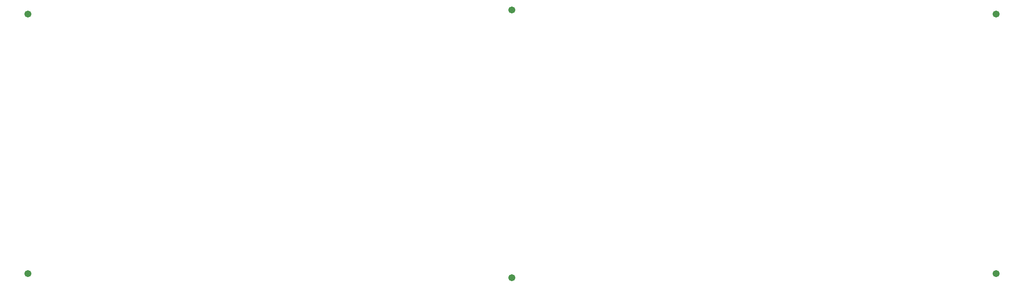
<source format=gts>
G04*
G04 #@! TF.GenerationSoftware,Altium Limited,Altium Designer,25.8.1 (18)*
G04*
G04 Layer_Color=8388736*
%FSLAX44Y44*%
%MOMM*%
G71*
G04*
G04 #@! TF.SameCoordinates,FB0E2EA2-018E-4D67-8CA5-3E6D3E0B6C4B*
G04*
G04*
G04 #@! TF.FilePolarity,Negative*
G04*
G01*
G75*
%ADD13C,1.7032*%
D13*
X0Y330000D02*
D03*
Y-330000D02*
D03*
X1190000Y320000D02*
D03*
X-1190000Y-320000D02*
D03*
Y320000D02*
D03*
X1190000Y-320000D02*
D03*
M02*

</source>
